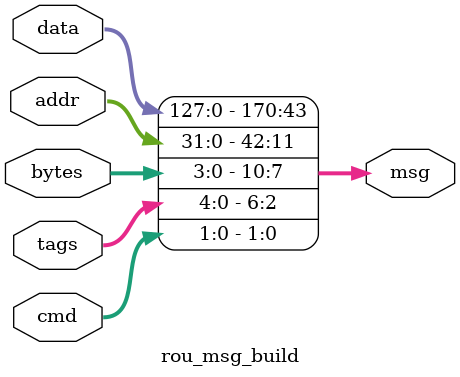
<source format=v>

module rou_msg_build #(
     parameter DWID = 128
    ,parameter AWID = 32
    ,parameter TWID = 5 
    ,parameter BWID = 
        (DWID==512)  ? 6 : 
        (DWID==256)  ? 5 :
        (DWID==128) ? 4 : 
        (DWID==64)  ? 3 : 2 
    ,parameter WID = 2+DWID+AWID+BWID+TWID
)(
     output [WID-1:0] msg
    ,input [DWID-1:0] data
    ,input [AWID-1:0] addr
    ,input [BWID-1:0] bytes
    ,input [TWID-1:0] tags
    ,input [1:0] cmd

);

assign msg = {data[DWID-1:0],addr[AWID-1:0],bytes[BWID-1:0],tags[TWID-1:0],cmd[1:0]} ;



endmodule


</source>
